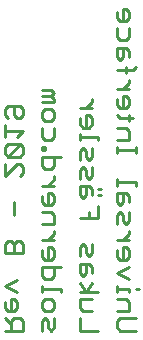
<source format=gbo>
G75*
%MOIN*%
%OFA0B0*%
%FSLAX25Y25*%
%IPPOS*%
%LPD*%
%AMOC8*
5,1,8,0,0,1.08239X$1,22.5*
%
%ADD10C,0.00900*%
D10*
X0010283Y0140712D02*
X0016388Y0140712D01*
X0016388Y0143764D01*
X0015370Y0144782D01*
X0013335Y0144782D01*
X0012318Y0143764D01*
X0012318Y0140712D01*
X0012318Y0142747D02*
X0010283Y0144782D01*
X0011300Y0147157D02*
X0013335Y0147157D01*
X0014353Y0148175D01*
X0014353Y0150210D01*
X0013335Y0151227D01*
X0012318Y0151227D01*
X0012318Y0147157D01*
X0011300Y0147157D02*
X0010283Y0148175D01*
X0010283Y0150210D01*
X0014353Y0153603D02*
X0010283Y0155638D01*
X0014353Y0157673D01*
X0013335Y0166494D02*
X0013335Y0169546D01*
X0012318Y0170564D01*
X0011300Y0170564D01*
X0010283Y0169546D01*
X0010283Y0166494D01*
X0016388Y0166494D01*
X0016388Y0169546D01*
X0015370Y0170564D01*
X0014353Y0170564D01*
X0013335Y0169546D01*
X0022783Y0170791D02*
X0026853Y0170791D01*
X0026853Y0172826D02*
X0026853Y0173843D01*
X0026853Y0172826D02*
X0024818Y0170791D01*
X0024818Y0168415D02*
X0024818Y0164345D01*
X0025835Y0164345D02*
X0026853Y0165363D01*
X0026853Y0167398D01*
X0025835Y0168415D01*
X0024818Y0168415D01*
X0022783Y0167398D02*
X0022783Y0165363D01*
X0023800Y0164345D01*
X0025835Y0164345D01*
X0026853Y0161970D02*
X0026853Y0158917D01*
X0025835Y0157900D01*
X0023800Y0157900D01*
X0022783Y0158917D01*
X0022783Y0161970D01*
X0028888Y0161970D01*
X0028888Y0154620D02*
X0022783Y0154620D01*
X0022783Y0153603D02*
X0022783Y0155638D01*
X0023800Y0151227D02*
X0025835Y0151227D01*
X0026853Y0150210D01*
X0026853Y0148175D01*
X0025835Y0147157D01*
X0023800Y0147157D01*
X0022783Y0148175D01*
X0022783Y0150210D01*
X0023800Y0151227D01*
X0028888Y0153603D02*
X0028888Y0154620D01*
X0035283Y0153603D02*
X0041388Y0153603D01*
X0039353Y0151227D02*
X0035283Y0151227D01*
X0035283Y0148175D01*
X0036300Y0147157D01*
X0039353Y0147157D01*
X0035283Y0144782D02*
X0035283Y0140712D01*
X0041388Y0140712D01*
X0047783Y0141729D02*
X0047783Y0143764D01*
X0048800Y0144782D01*
X0053888Y0144782D01*
X0051853Y0147157D02*
X0051853Y0150210D01*
X0050835Y0151227D01*
X0047783Y0151227D01*
X0047783Y0153603D02*
X0047783Y0155638D01*
X0047783Y0154620D02*
X0051853Y0154620D01*
X0051853Y0153603D01*
X0053888Y0154620D02*
X0054905Y0154620D01*
X0051853Y0157900D02*
X0047783Y0159935D01*
X0051853Y0161970D01*
X0050835Y0164345D02*
X0051853Y0165363D01*
X0051853Y0167398D01*
X0050835Y0168415D01*
X0049818Y0168415D01*
X0049818Y0164345D01*
X0050835Y0164345D02*
X0048800Y0164345D01*
X0047783Y0165363D01*
X0047783Y0167398D01*
X0047783Y0170791D02*
X0051853Y0170791D01*
X0051853Y0172826D02*
X0051853Y0173843D01*
X0051853Y0172826D02*
X0049818Y0170791D01*
X0050835Y0176162D02*
X0049818Y0177180D01*
X0049818Y0179215D01*
X0048800Y0180232D01*
X0047783Y0179215D01*
X0047783Y0176162D01*
X0050835Y0176162D02*
X0051853Y0177180D01*
X0051853Y0180232D01*
X0051853Y0183625D02*
X0051853Y0185660D01*
X0050835Y0186678D01*
X0047783Y0186678D01*
X0047783Y0183625D01*
X0048800Y0182608D01*
X0049818Y0183625D01*
X0049818Y0186678D01*
X0047783Y0189053D02*
X0047783Y0191088D01*
X0047783Y0190071D02*
X0053888Y0190071D01*
X0053888Y0189053D01*
X0053888Y0199796D02*
X0053888Y0201831D01*
X0053888Y0200813D02*
X0047783Y0200813D01*
X0047783Y0199796D02*
X0047783Y0201831D01*
X0047783Y0204093D02*
X0051853Y0204093D01*
X0051853Y0207145D01*
X0050835Y0208163D01*
X0047783Y0208163D01*
X0048800Y0211556D02*
X0047783Y0212573D01*
X0048800Y0211556D02*
X0052870Y0211556D01*
X0051853Y0210538D02*
X0051853Y0212573D01*
X0050835Y0214835D02*
X0051853Y0215853D01*
X0051853Y0217888D01*
X0050835Y0218905D01*
X0049818Y0218905D01*
X0049818Y0214835D01*
X0050835Y0214835D02*
X0048800Y0214835D01*
X0047783Y0215853D01*
X0047783Y0217888D01*
X0047783Y0221281D02*
X0051853Y0221281D01*
X0051853Y0223316D02*
X0051853Y0224333D01*
X0051853Y0223316D02*
X0049818Y0221281D01*
X0050835Y0226652D02*
X0050835Y0228687D01*
X0052870Y0227669D02*
X0047783Y0227669D01*
X0048800Y0230949D02*
X0049818Y0231966D01*
X0049818Y0235019D01*
X0050835Y0235019D02*
X0047783Y0235019D01*
X0047783Y0231966D01*
X0048800Y0230949D01*
X0051853Y0231966D02*
X0051853Y0234001D01*
X0050835Y0235019D01*
X0050835Y0237394D02*
X0048800Y0237394D01*
X0047783Y0238412D01*
X0047783Y0241464D01*
X0048800Y0243840D02*
X0050835Y0243840D01*
X0051853Y0244857D01*
X0051853Y0246892D01*
X0050835Y0247910D01*
X0049818Y0247910D01*
X0049818Y0243840D01*
X0048800Y0243840D02*
X0047783Y0244857D01*
X0047783Y0246892D01*
X0051853Y0241464D02*
X0051853Y0238412D01*
X0050835Y0237394D01*
X0053888Y0228687D02*
X0052870Y0227669D01*
X0039353Y0217888D02*
X0039353Y0216870D01*
X0037318Y0214835D01*
X0035283Y0214835D02*
X0039353Y0214835D01*
X0038335Y0212460D02*
X0037318Y0212460D01*
X0037318Y0208390D01*
X0038335Y0208390D02*
X0036300Y0208390D01*
X0035283Y0209407D01*
X0035283Y0211442D01*
X0038335Y0212460D02*
X0039353Y0211442D01*
X0039353Y0209407D01*
X0038335Y0208390D01*
X0035283Y0206128D02*
X0035283Y0204093D01*
X0035283Y0205110D02*
X0041388Y0205110D01*
X0041388Y0204093D01*
X0039353Y0201717D02*
X0039353Y0198665D01*
X0038335Y0197647D01*
X0037318Y0198665D01*
X0037318Y0200700D01*
X0036300Y0201717D01*
X0035283Y0200700D01*
X0035283Y0197647D01*
X0036300Y0195272D02*
X0037318Y0194254D01*
X0037318Y0192219D01*
X0038335Y0191202D01*
X0039353Y0192219D01*
X0039353Y0195272D01*
X0036300Y0195272D02*
X0035283Y0194254D01*
X0035283Y0191202D01*
X0035283Y0188826D02*
X0035283Y0185774D01*
X0036300Y0184756D01*
X0037318Y0185774D01*
X0037318Y0188826D01*
X0038335Y0188826D02*
X0035283Y0188826D01*
X0038335Y0188826D02*
X0039353Y0187809D01*
X0039353Y0185774D01*
X0041388Y0185774D02*
X0042405Y0185774D01*
X0042405Y0187809D02*
X0041388Y0187809D01*
X0041388Y0182381D02*
X0041388Y0178311D01*
X0035283Y0178311D01*
X0038335Y0178311D02*
X0038335Y0180346D01*
X0039353Y0169490D02*
X0039353Y0166437D01*
X0038335Y0165420D01*
X0037318Y0166437D01*
X0037318Y0168472D01*
X0036300Y0169490D01*
X0035283Y0168472D01*
X0035283Y0165420D01*
X0035283Y0163044D02*
X0035283Y0159992D01*
X0036300Y0158974D01*
X0037318Y0159992D01*
X0037318Y0163044D01*
X0038335Y0163044D02*
X0035283Y0163044D01*
X0038335Y0163044D02*
X0039353Y0162027D01*
X0039353Y0159992D01*
X0039353Y0156655D02*
X0037318Y0153603D01*
X0035283Y0156655D01*
X0026853Y0144782D02*
X0026853Y0141729D01*
X0025835Y0140712D01*
X0024818Y0141729D01*
X0024818Y0143764D01*
X0023800Y0144782D01*
X0022783Y0143764D01*
X0022783Y0140712D01*
X0047783Y0141729D02*
X0048800Y0140712D01*
X0053888Y0140712D01*
X0051853Y0147157D02*
X0047783Y0147157D01*
X0026853Y0176162D02*
X0022783Y0176162D01*
X0022783Y0180232D02*
X0025835Y0180232D01*
X0026853Y0179215D01*
X0026853Y0176162D01*
X0025835Y0182608D02*
X0026853Y0183625D01*
X0026853Y0185660D01*
X0025835Y0186678D01*
X0024818Y0186678D01*
X0024818Y0182608D01*
X0025835Y0182608D02*
X0023800Y0182608D01*
X0022783Y0183625D01*
X0022783Y0185660D01*
X0022783Y0189053D02*
X0026853Y0189053D01*
X0026853Y0191088D02*
X0026853Y0192106D01*
X0026853Y0191088D02*
X0024818Y0189053D01*
X0025835Y0194424D02*
X0026853Y0195442D01*
X0026853Y0198494D01*
X0028888Y0198494D02*
X0022783Y0198494D01*
X0022783Y0195442D01*
X0023800Y0194424D01*
X0025835Y0194424D01*
X0023800Y0200870D02*
X0022783Y0200870D01*
X0022783Y0201887D01*
X0023800Y0201887D01*
X0023800Y0200870D01*
X0023800Y0204093D02*
X0022783Y0205110D01*
X0022783Y0208163D01*
X0023800Y0210538D02*
X0022783Y0211556D01*
X0022783Y0213591D01*
X0023800Y0214608D01*
X0025835Y0214608D01*
X0026853Y0213591D01*
X0026853Y0211556D01*
X0025835Y0210538D01*
X0023800Y0210538D01*
X0026853Y0208163D02*
X0026853Y0205110D01*
X0025835Y0204093D01*
X0023800Y0204093D01*
X0016388Y0201774D02*
X0015370Y0202791D01*
X0011300Y0198721D01*
X0010283Y0199739D01*
X0010283Y0201774D01*
X0011300Y0202791D01*
X0015370Y0202791D01*
X0016388Y0201774D02*
X0016388Y0199739D01*
X0015370Y0198721D01*
X0011300Y0198721D01*
X0010283Y0196346D02*
X0010283Y0192276D01*
X0014353Y0196346D01*
X0015370Y0196346D01*
X0016388Y0195328D01*
X0016388Y0193293D01*
X0015370Y0192276D01*
X0013335Y0183455D02*
X0013335Y0179385D01*
X0014353Y0205167D02*
X0016388Y0207202D01*
X0010283Y0207202D01*
X0010283Y0205167D02*
X0010283Y0209237D01*
X0011300Y0211612D02*
X0010283Y0212630D01*
X0010283Y0214665D01*
X0011300Y0215682D01*
X0015370Y0215682D01*
X0016388Y0214665D01*
X0016388Y0212630D01*
X0015370Y0211612D01*
X0014353Y0211612D01*
X0013335Y0212630D01*
X0013335Y0215682D01*
X0022783Y0216984D02*
X0026853Y0216984D01*
X0026853Y0218001D01*
X0025835Y0219019D01*
X0026853Y0220036D01*
X0025835Y0221054D01*
X0022783Y0221054D01*
X0022783Y0219019D02*
X0025835Y0219019D01*
M02*

</source>
